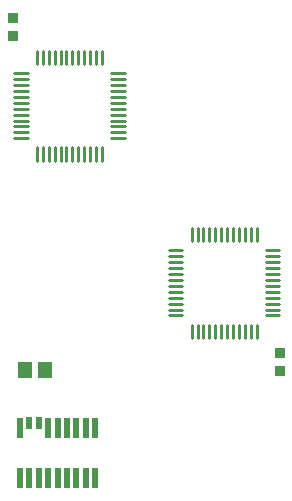
<source format=gbr>
G04 EAGLE Gerber RS-274X export*
G75*
%MOMM*%
%FSLAX34Y34*%
%LPD*%
%INSolderpaste Top*%
%IPPOS*%
%AMOC8*
5,1,8,0,0,1.08239X$1,22.5*%
G01*
G04 Define Apertures*
%ADD10C,0.250000*%
%ADD11R,0.970200X0.920900*%
%ADD12R,1.164600X1.465300*%
%ADD13R,0.550000X1.800000*%
%ADD14R,0.550000X1.000000*%
D10*
X209500Y372250D02*
X209500Y383750D01*
X204500Y383750D02*
X204500Y372250D01*
X199500Y372250D02*
X199500Y383750D01*
X194500Y383750D02*
X194500Y372250D01*
X189500Y372250D02*
X189500Y383750D01*
X184500Y383750D02*
X184500Y372250D01*
X179500Y372250D02*
X179500Y383750D01*
X174500Y383750D02*
X174500Y372250D01*
X169500Y372250D02*
X169500Y383750D01*
X164500Y383750D02*
X164500Y372250D01*
X159500Y372250D02*
X159500Y383750D01*
X154500Y383750D02*
X154500Y372250D01*
X146750Y364500D02*
X135250Y364500D01*
X135250Y359500D02*
X146750Y359500D01*
X146750Y354500D02*
X135250Y354500D01*
X135250Y349500D02*
X146750Y349500D01*
X146750Y344500D02*
X135250Y344500D01*
X135250Y339500D02*
X146750Y339500D01*
X146750Y334500D02*
X135250Y334500D01*
X135250Y329500D02*
X146750Y329500D01*
X146750Y324500D02*
X135250Y324500D01*
X135250Y319500D02*
X146750Y319500D01*
X146750Y314500D02*
X135250Y314500D01*
X135250Y309500D02*
X146750Y309500D01*
X154500Y301750D02*
X154500Y290250D01*
X159500Y290250D02*
X159500Y301750D01*
X164500Y301750D02*
X164500Y290250D01*
X169500Y290250D02*
X169500Y301750D01*
X174500Y301750D02*
X174500Y290250D01*
X179500Y290250D02*
X179500Y301750D01*
X184500Y301750D02*
X184500Y290250D01*
X189500Y290250D02*
X189500Y301750D01*
X194500Y301750D02*
X194500Y290250D01*
X199500Y290250D02*
X199500Y301750D01*
X204500Y301750D02*
X204500Y290250D01*
X209500Y290250D02*
X209500Y301750D01*
X217250Y309500D02*
X228750Y309500D01*
X228750Y314500D02*
X217250Y314500D01*
X217250Y319500D02*
X228750Y319500D01*
X228750Y324500D02*
X217250Y324500D01*
X217250Y329500D02*
X228750Y329500D01*
X228750Y334500D02*
X217250Y334500D01*
X217250Y339500D02*
X228750Y339500D01*
X228750Y344500D02*
X217250Y344500D01*
X217250Y349500D02*
X228750Y349500D01*
X228750Y354500D02*
X217250Y354500D01*
X217250Y359500D02*
X228750Y359500D01*
X228750Y364500D02*
X217250Y364500D01*
D11*
X134000Y411746D03*
X134000Y396254D03*
D10*
X285500Y151750D02*
X285500Y140250D01*
X290500Y140250D02*
X290500Y151750D01*
X295500Y151750D02*
X295500Y140250D01*
X300500Y140250D02*
X300500Y151750D01*
X305500Y151750D02*
X305500Y140250D01*
X310500Y140250D02*
X310500Y151750D01*
X315500Y151750D02*
X315500Y140250D01*
X320500Y140250D02*
X320500Y151750D01*
X325500Y151750D02*
X325500Y140250D01*
X330500Y140250D02*
X330500Y151750D01*
X335500Y151750D02*
X335500Y140250D01*
X340500Y140250D02*
X340500Y151750D01*
X348250Y159500D02*
X359750Y159500D01*
X359750Y164500D02*
X348250Y164500D01*
X348250Y169500D02*
X359750Y169500D01*
X359750Y174500D02*
X348250Y174500D01*
X348250Y179500D02*
X359750Y179500D01*
X359750Y184500D02*
X348250Y184500D01*
X348250Y189500D02*
X359750Y189500D01*
X359750Y194500D02*
X348250Y194500D01*
X348250Y199500D02*
X359750Y199500D01*
X359750Y204500D02*
X348250Y204500D01*
X348250Y209500D02*
X359750Y209500D01*
X359750Y214500D02*
X348250Y214500D01*
X340500Y222250D02*
X340500Y233750D01*
X335500Y233750D02*
X335500Y222250D01*
X330500Y222250D02*
X330500Y233750D01*
X325500Y233750D02*
X325500Y222250D01*
X320500Y222250D02*
X320500Y233750D01*
X315500Y233750D02*
X315500Y222250D01*
X310500Y222250D02*
X310500Y233750D01*
X305500Y233750D02*
X305500Y222250D01*
X300500Y222250D02*
X300500Y233750D01*
X295500Y233750D02*
X295500Y222250D01*
X290500Y222250D02*
X290500Y233750D01*
X285500Y233750D02*
X285500Y222250D01*
X277750Y214500D02*
X266250Y214500D01*
X266250Y209500D02*
X277750Y209500D01*
X277750Y204500D02*
X266250Y204500D01*
X266250Y199500D02*
X277750Y199500D01*
X277750Y194500D02*
X266250Y194500D01*
X266250Y189500D02*
X277750Y189500D01*
X277750Y184500D02*
X266250Y184500D01*
X266250Y179500D02*
X277750Y179500D01*
X277750Y174500D02*
X266250Y174500D01*
X266250Y169500D02*
X277750Y169500D01*
X277750Y164500D02*
X266250Y164500D01*
X266250Y159500D02*
X277750Y159500D01*
D11*
X360000Y112254D03*
X360000Y127746D03*
D12*
X161754Y113000D03*
X144246Y113000D03*
D13*
X140000Y21500D03*
X140000Y64500D03*
X148000Y21500D03*
D14*
X148000Y68500D03*
D13*
X156000Y21500D03*
D14*
X156000Y68500D03*
D13*
X164000Y21500D03*
X164000Y64500D03*
X172000Y21500D03*
X172000Y64500D03*
X180000Y21500D03*
X180000Y64500D03*
X188000Y21500D03*
X188000Y64500D03*
X196000Y21500D03*
X196000Y64500D03*
X204000Y21500D03*
X204000Y64500D03*
M02*

</source>
